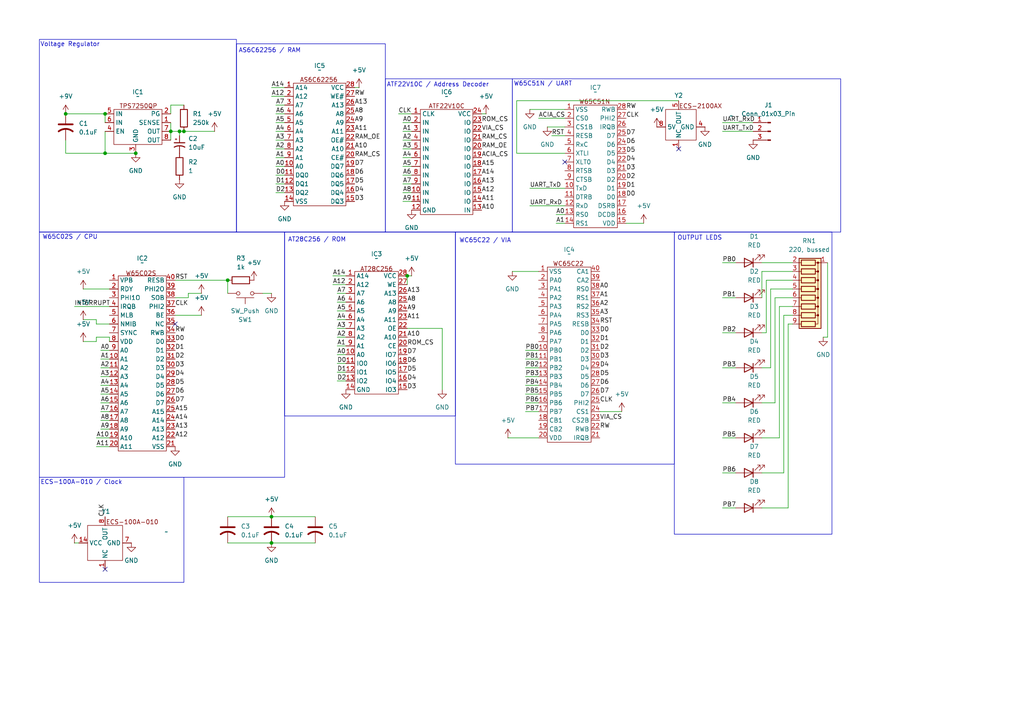
<source format=kicad_sch>
(kicad_sch (version 20250114) (generator "eeschema") (generator_version "9.0")
  (paper "A4")
  (title_block (title "6502 Conference Badge") (company "Sean Outram"))
  (lib_symbols
    (symbol "6502ConferenceBadge:AS6C62256"
      (property "Reference" "IC" (at 0 0 0))
      (symbol "AS6C62256_0_0"
        (pin unspecified line (at -10.16 -3.81 0) (length 2.54) (name "A14") (number "1"))
        (pin unspecified line (at -10.16 -6.35 0) (length 2.54) (name "A12") (number "2"))
        (pin unspecified line (at -10.16 -8.89 0) (length 2.54) (name "A7") (number "3"))
        (pin unspecified line (at -10.16 -11.43 0) (length 2.54) (name "A6") (number "4"))
        (pin unspecified line (at -10.16 -13.97 0) (length 2.54) (name "A5") (number "5"))
        (pin unspecified line (at -10.16 -16.51 0) (length 2.54) (name "A4") (number "6"))
        (pin unspecified line (at -10.16 -19.05 0) (length 2.54) (name "A3") (number "7"))
        (pin unspecified line (at -10.16 -21.59 0) (length 2.54) (name "A2") (number "8"))
        (pin unspecified line (at -10.16 -24.13 0) (length 2.54) (name "A1") (number "9"))
        (pin unspecified line (at -10.16 -26.67 0) (length 2.54) (name "A0") (number "10"))
        (pin unspecified line (at -10.16 -29.21 0) (length 2.54) (name "DQ0") (number "11"))
        (pin unspecified line (at -10.16 -31.75 0) (length 2.54) (name "DQ1") (number "12"))
        (pin unspecified line (at -10.16 -34.29 0) (length 2.54) (name "DQ2") (number "13"))
        (pin unspecified line (at -10.16 -36.83 0) (length 2.54) (name "VSS") (number "14"))
        (pin unspecified line (at 10.16 -3.81 180) (length 2.54) (name "VCC") (number "28"))
        (pin unspecified line (at 10.16 -6.35 180) (length 2.54) (name "WE#") (number "27"))
        (pin unspecified line (at 10.16 -8.89 180) (length 2.54) (name "A13") (number "26"))
        (pin unspecified line (at 10.16 -11.43 180) (length 2.54) (name "A8") (number "25"))
        (pin unspecified line (at 10.16 -13.97 180) (length 2.54) (name "A9") (number "24"))
        (pin unspecified line (at 10.16 -16.51 180) (length 2.54) (name "A11") (number "23"))
        (pin unspecified line (at 10.16 -19.05 180) (length 2.54) (name "OE#") (number "22"))
        (pin unspecified line (at 10.16 -21.59 180) (length 2.54) (name "A10") (number "21"))
        (pin unspecified line (at 10.16 -24.13 180) (length 2.54) (name "CE#") (number "20"))
        (pin unspecified line (at 10.16 -26.67 180) (length 2.54) (name "DQ7") (number "19"))
        (pin unspecified line (at 10.16 -29.21 180) (length 2.54) (name "DQ6") (number "18"))
        (pin unspecified line (at 10.16 -31.75 180) (length 2.54) (name "DQ5") (number "17"))
        (pin unspecified line (at 10.16 -34.29 180) (length 2.54) (name "DQ4") (number "16"))
        (pin unspecified line (at 10.16 -36.83 180) (length 2.54) (name "DQ3") (number "15"))
      )
      (symbol "AS6C62256_1_1"
        (text "AS6C62256" (at -0.254 -1.524 0) (effects (font (size 1.27 1.27))))
      )
    )
    (symbol "6502ConferenceBadge:AT28C256"
      (property "Reference" "IC" (at 0 0 0))
      (symbol "AT28C256_0_0"
        (pin unspecified line (at -8.89 -3.81 0) (length 2.54) (name "A14") (number "1"))
        (pin unspecified line (at -8.89 -6.35 0) (length 2.54) (name "A12") (number "2"))
        (pin unspecified line (at -8.89 -8.89 0) (length 2.54) (name "A7") (number "3"))
        (pin unspecified line (at -8.89 -11.43 0) (length 2.54) (name "A6") (number "4"))
        (pin unspecified line (at -8.89 -13.97 0) (length 2.54) (name "A5") (number "5"))
        (pin unspecified line (at -8.89 -16.51 0) (length 2.54) (name "A4") (number "6"))
        (pin unspecified line (at -8.89 -19.05 0) (length 2.54) (name "A3") (number "7"))
        (pin unspecified line (at -8.89 -21.59 0) (length 2.54) (name "A2") (number "8"))
        (pin unspecified line (at -8.89 -24.13 0) (length 2.54) (name "A1") (number "9"))
        (pin unspecified line (at -8.89 -26.67 0) (length 2.54) (name "A0") (number "10"))
        (pin unspecified line (at -8.89 -29.21 0) (length 2.54) (name "IO0") (number "11"))
        (pin unspecified line (at -8.89 -31.75 0) (length 2.54) (name "IO1") (number "12"))
        (pin unspecified line (at -8.89 -34.29 0) (length 2.54) (name "IO2") (number "13"))
        (pin unspecified line (at -8.89 -36.83 0) (length 2.54) (name "GND") (number "14"))
        (pin unspecified line (at 8.89 -3.81 180) (length 2.54) (name "VCC") (number "28"))
        (pin unspecified line (at 8.89 -6.35 180) (length 2.54) (name "WE") (number "27"))
        (pin unspecified line (at 8.89 -8.89 180) (length 2.54) (name "A13") (number "26"))
        (pin unspecified line (at 8.89 -11.43 180) (length 2.54) (name "A8") (number "25"))
        (pin unspecified line (at 8.89 -13.97 180) (length 2.54) (name "A9") (number "24"))
        (pin unspecified line (at 8.89 -16.51 180) (length 2.54) (name "A11") (number "23"))
        (pin unspecified line (at 8.89 -19.05 180) (length 2.54) (name "OE") (number "22"))
        (pin unspecified line (at 8.89 -21.59 180) (length 2.54) (name "A10") (number "21"))
        (pin unspecified line (at 8.89 -24.13 180) (length 2.54) (name "CE") (number "20"))
        (pin unspecified line (at 8.89 -26.67 180) (length 2.54) (name "IO7") (number "19"))
        (pin unspecified line (at 8.89 -29.21 180) (length 2.54) (name "IO6") (number "18"))
        (pin unspecified line (at 8.89 -31.75 180) (length 2.54) (name "IO5") (number "17"))
        (pin unspecified line (at 8.89 -34.29 180) (length 2.54) (name "IO4") (number "16"))
        (pin unspecified line (at 8.89 -36.83 180) (length 2.54) (name "IO3") (number "15"))
      )
      (symbol "AT28C256_1_1"
        (text "AT28C256" (at 0 -1.778 0) (effects (font (size 1.27 1.27))))
      )
    )
    (symbol "6502ConferenceBadge:ATF22V10C"
      (property "Reference" "IC" (at -0.254 0 0))
      (symbol "ATF22V10C_0_0"
        (pin unspecified line (at -10.16 -3.81 0) (length 2.54) (name "CLK") (number "1"))
        (pin unspecified line (at -10.16 -6.35 0) (length 2.54) (name "IN") (number "2"))
        (pin unspecified line (at -10.16 -8.89 0) (length 2.54) (name "IN") (number "3"))
        (pin unspecified line (at -10.16 -11.43 0) (length 2.54) (name "IN") (number "4"))
        (pin unspecified line (at -10.16 -13.97 0) (length 2.54) (name "IN") (number "5"))
        (pin unspecified line (at -10.16 -16.51 0) (length 2.54) (name "IN") (number "6"))
        (pin unspecified line (at -10.16 -19.05 0) (length 2.54) (name "IN") (number "7"))
        (pin unspecified line (at -10.16 -21.59 0) (length 2.54) (name "IN") (number "8"))
        (pin unspecified line (at -10.16 -24.13 0) (length 2.54) (name "IN") (number "9"))
        (pin unspecified line (at -10.16 -26.67 0) (length 2.54) (name "IN") (number "10"))
        (pin unspecified line (at -10.16 -29.21 0) (length 2.54) (name "IN") (number "11"))
        (pin unspecified line (at -10.16 -31.75 0) (length 2.54) (name "GND") (number "12"))
        (pin unspecified line (at 10.16 -3.81 180) (length 2.54) (name "VCC") (number "24"))
        (pin unspecified line (at 10.16 -6.35 180) (length 2.54) (name "IO") (number "23"))
        (pin unspecified line (at 10.16 -8.89 180) (length 2.54) (name "IO") (number "22"))
        (pin unspecified line (at 10.16 -11.43 180) (length 2.54) (name "IO") (number "21"))
        (pin unspecified line (at 10.16 -13.97 180) (length 2.54) (name "IO") (number "20"))
        (pin unspecified line (at 10.16 -16.51 180) (length 2.54) (name "IO") (number "19"))
        (pin unspecified line (at 10.16 -19.05 180) (length 2.54) (name "IO") (number "18"))
        (pin unspecified line (at 10.16 -21.59 180) (length 2.54) (name "IO") (number "17"))
        (pin unspecified line (at 10.16 -24.13 180) (length 2.54) (name "IO") (number "16"))
        (pin unspecified line (at 10.16 -26.67 180) (length 2.54) (name "IO") (number "15"))
        (pin unspecified line (at 10.16 -29.21 180) (length 2.54) (name "IO") (number "14"))
        (pin unspecified line (at 10.16 -31.75 180) (length 2.54) (name "IN") (number "13"))
      )
      (symbol "ATF22V10C_1_1"
        (text "ATF22V10C" (at 0 -1.524 0) (effects (font (size 1.27 1.27))))
      )
    )
    (symbol "6502ConferenceBadge:ECS-100A-010"
      (property "Reference" "Y" (at 0 0.254 0))
      (symbol "ECS-100A-010_0_0"
        (pin unspecified line (at -7.62 -8.89 0) (length 2.54) (name "VCC") (number "14"))
        (pin unspecified line (at 0 -1.27 270) (length 2.54) (name "OUT") (number "8"))
        (pin unspecified line (at 0 -16.51 90) (length 2.54) (name "NC") (number "1"))
        (pin unspecified line (at 7.62 -8.89 180) (length 2.54) (name "GND") (number "7"))
      )
      (symbol "ECS-100A-010_1_1"
        (text "ECS-100A-010\n" (at 7.874 -2.794 0) (effects (font (size 1.27 1.27))))
      )
    )
    (symbol "6502ConferenceBadge:ECS-2100AX-1.8432"
      (property "Reference" "Y" (at 0 0 0))
      (symbol "ECS-2100AX-1.8432_0_0"
        (pin unspecified line (at -6.35 -8.89 0) (length 2.54) (name "5V") (number "8"))
        (pin unspecified line (at 0 -1.27 270) (length 2.54) (name "OUT") (number "5"))
        (pin unspecified line (at 0 -15.24 90) (length 2.54) (name "NC") (number "1"))
        (pin unspecified line (at 7.62 -8.89 180) (length 2.54) (name "GND") (number "4"))
      )
      (symbol "ECS-2100AX-1.8432_1_1"
        (text "ECS-2100AX" (at 6.35 -2.794 0) (effects (font (size 1.27 1.27))))
      )
    )
    (symbol "6502ConferenceBadge:TPS7250QP"
      (property "Reference" "U" (at 0 0 0))
      (symbol "TPS7250QP_0_0"
        (pin unspecified line (at -8.89 -3.81 0) (length 2.54) (name "IN") (number "5"))
        (pin unspecified line (at -8.89 -6.35 0) (length 2.54) (name "IN") (number "6"))
        (pin unspecified line (at -8.89 -8.89 0) (length 2.54) (name "EN") (number "4"))
        (pin unspecified line (at 0 -15.24 90) (length 2.54) (name "GND") (number "3"))
        (pin unspecified line (at 10.16 -3.81 180) (length 2.54) (name "PG") (number "2"))
        (pin unspecified line (at 10.16 -6.35 180) (length 2.54) (name "SENSE") (number "1"))
        (pin unspecified line (at 10.16 -8.89 180) (length 2.54) (name "OUT") (number "7"))
        (pin unspecified line (at 10.16 -11.43 180) (length 2.54) (name "OUT") (number "8"))
      )
      (symbol "TPS7250QP_1_1"
        (text "TPS7250QP" (at 0.762 -1.524 0) (effects (font (size 1.27 1.27))))
      )
    )
    (symbol "6502ConferenceBadge:W65C02S"
      (property "Reference" "IC" (at 0 0 0))
      (symbol "W65C02S_0_0"
        (pin unspecified line (at -8.89 -3.81 0) (length 2.54) (name "VPB") (number "1"))
        (pin unspecified line (at -8.89 -6.35 0) (length 2.54) (name "RDY") (number "2"))
        (pin unspecified line (at -8.89 -8.89 0) (length 2.54) (name "PHI1O") (number "3"))
        (pin unspecified line (at -8.89 -11.43 0) (length 2.54) (name "IRQB") (number "4"))
        (pin unspecified line (at -8.89 -13.97 0) (length 2.54) (name "MLB") (number "5"))
        (pin unspecified line (at -8.89 -16.51 0) (length 2.54) (name "NMIB") (number "6"))
        (pin unspecified line (at -8.89 -19.05 0) (length 2.54) (name "SYNC") (number "7"))
        (pin unspecified line (at -8.89 -21.59 0) (length 2.54) (name "VDD") (number "8"))
        (pin unspecified line (at -8.89 -24.13 0) (length 2.54) (name "A0") (number "9"))
        (pin unspecified line (at -8.89 -26.67 0) (length 2.54) (name "A1") (number "10"))
        (pin unspecified line (at -8.89 -29.21 0) (length 2.54) (name "A2") (number "11"))
        (pin unspecified line (at -8.89 -31.75 0) (length 2.54) (name "A3") (number "12"))
        (pin unspecified line (at -8.89 -34.29 0) (length 2.54) (name "A4") (number "13"))
        (pin unspecified line (at -8.89 -36.83 0) (length 2.54) (name "A5") (number "14"))
        (pin unspecified line (at -8.89 -39.37 0) (length 2.54) (name "A6") (number "15"))
        (pin unspecified line (at -8.89 -41.91 0) (length 2.54) (name "A7") (number "16"))
        (pin unspecified line (at -8.89 -44.45 0) (length 2.54) (name "A8") (number "17"))
        (pin unspecified line (at -8.89 -46.99 0) (length 2.54) (name "A9") (number "18"))
        (pin unspecified line (at -8.89 -49.53 0) (length 2.54) (name "A10") (number "19"))
        (pin unspecified line (at -8.89 -52.07 0) (length 2.54) (name "A11") (number "20"))
        (pin unspecified line (at 10.16 -3.81 180) (length 2.54) (name "RESB") (number "40"))
        (pin unspecified line (at 10.16 -6.35 180) (length 2.54) (name "PHI2O") (number "39"))
        (pin unspecified line (at 10.16 -8.89 180) (length 2.54) (name "SOB") (number "38"))
        (pin unspecified line (at 10.16 -11.43 180) (length 2.54) (name "PHI2") (number "37"))
        (pin unspecified line (at 10.16 -13.97 180) (length 2.54) (name "BE") (number "36"))
        (pin unspecified line (at 10.16 -16.51 180) (length 2.54) (name "NC") (number "35"))
        (pin unspecified line (at 10.16 -19.05 180) (length 2.54) (name "RWB") (number "34"))
        (pin unspecified line (at 10.16 -21.59 180) (length 2.54) (name "D0") (number "33"))
        (pin unspecified line (at 10.16 -24.13 180) (length 2.54) (name "D1") (number "32"))
        (pin unspecified line (at 10.16 -26.67 180) (length 2.54) (name "D2") (number "31"))
        (pin unspecified line (at 10.16 -29.21 180) (length 2.54) (name "D3") (number "30"))
        (pin unspecified line (at 10.16 -31.75 180) (length 2.54) (name "D4") (number "29"))
        (pin unspecified line (at 10.16 -34.29 180) (length 2.54) (name "D5") (number "28"))
        (pin unspecified line (at 10.16 -36.83 180) (length 2.54) (name "D6") (number "27"))
        (pin unspecified line (at 10.16 -39.37 180) (length 2.54) (name "D7") (number "26"))
        (pin unspecified line (at 10.16 -41.91 180) (length 2.54) (name "A15") (number "25"))
        (pin unspecified line (at 10.16 -44.45 180) (length 2.54) (name "A14") (number "24"))
        (pin unspecified line (at 10.16 -46.99 180) (length 2.54) (name "A13") (number "23"))
        (pin unspecified line (at 10.16 -49.53 180) (length 2.54) (name "A12") (number "22"))
        (pin unspecified line (at 10.16 -52.07 180) (length 2.54) (name "VSS") (number "21"))
      )
      (symbol "W65C02S_1_1"
        (text "W65C02S" (at 0.254 -1.778 0) (effects (font (size 1.27 1.27))))
      )
    )
    (symbol "6502ConferenceBadge:W65C22"
      (property "Reference" "IC" (at 0 0 0))
      (symbol "W65C22_0_0"
        (pin unspecified line (at -8.89 -3.81 0) (length 2.54) (name "VSS") (number "1"))
        (pin unspecified line (at -8.89 -6.35 0) (length 2.54) (name "PA0") (number "2"))
        (pin unspecified line (at -8.89 -8.89 0) (length 2.54) (name "PA1") (number "3"))
        (pin unspecified line (at -8.89 -11.43 0) (length 2.54) (name "PA2") (number "4"))
        (pin unspecified line (at -8.89 -13.97 0) (length 2.54) (name "PA3") (number "5"))
        (pin unspecified line (at -8.89 -16.51 0) (length 2.54) (name "PA4") (number "6"))
        (pin unspecified line (at -8.89 -19.05 0) (length 2.54) (name "PA5") (number "7"))
        (pin unspecified line (at -8.89 -21.59 0) (length 2.54) (name "PA6") (number "8"))
        (pin unspecified line (at -8.89 -24.13 0) (length 2.54) (name "PA7") (number "9"))
        (pin unspecified line (at -8.89 -26.67 0) (length 2.54) (name "PB0") (number "10"))
        (pin unspecified line (at -8.89 -29.21 0) (length 2.54) (name "PB1") (number "11"))
        (pin unspecified line (at -8.89 -31.75 0) (length 2.54) (name "PB2") (number "12"))
        (pin unspecified line (at -8.89 -34.29 0) (length 2.54) (name "PB3") (number "13"))
        (pin unspecified line (at -8.89 -36.83 0) (length 2.54) (name "PB4") (number "14"))
        (pin unspecified line (at -8.89 -39.37 0) (length 2.54) (name "PB5") (number "15"))
        (pin unspecified line (at -8.89 -41.91 0) (length 2.54) (name "PB6") (number "16"))
        (pin unspecified line (at -8.89 -44.45 0) (length 2.54) (name "PB7") (number "17"))
        (pin unspecified line (at -8.89 -46.99 0) (length 2.54) (name "CB1") (number "18"))
        (pin unspecified line (at -8.89 -49.53 0) (length 2.54) (name "CB2") (number "19"))
        (pin unspecified line (at -8.89 -52.07 0) (length 2.54) (name "VDD") (number "20"))
        (pin unspecified line (at 8.89 -3.81 180) (length 2.54) (name "CA1") (number "40"))
        (pin unspecified line (at 8.89 -6.35 180) (length 2.54) (name "CA2") (number "39"))
        (pin unspecified line (at 8.89 -8.89 180) (length 2.54) (name "RS0") (number "38"))
        (pin unspecified line (at 8.89 -11.43 180) (length 2.54) (name "RS1") (number "37"))
        (pin unspecified line (at 8.89 -13.97 180) (length 2.54) (name "RS2") (number "36"))
        (pin unspecified line (at 8.89 -16.51 180) (length 2.54) (name "RS3") (number "35"))
        (pin unspecified line (at 8.89 -19.05 180) (length 2.54) (name "RESB") (number "34"))
        (pin unspecified line (at 8.89 -21.59 180) (length 2.54) (name "D0") (number "33"))
        (pin unspecified line (at 8.89 -24.13 180) (length 2.54) (name "D1") (number "32"))
        (pin unspecified line (at 8.89 -26.67 180) (length 2.54) (name "D2") (number "31"))
        (pin unspecified line (at 8.89 -29.21 180) (length 2.54) (name "D3") (number "30"))
        (pin unspecified line (at 8.89 -31.75 180) (length 2.54) (name "D4") (number "29"))
        (pin unspecified line (at 8.89 -34.29 180) (length 2.54) (name "D5") (number "28"))
        (pin unspecified line (at 8.89 -36.83 180) (length 2.54) (name "D6") (number "27"))
        (pin unspecified line (at 8.89 -39.37 180) (length 2.54) (name "D7") (number "26"))
        (pin unspecified line (at 8.89 -41.91 180) (length 2.54) (name "PHI2") (number "25"))
        (pin unspecified line (at 8.89 -44.45 180) (length 2.54) (name "CS1") (number "24"))
        (pin unspecified line (at 8.89 -49.53 180) (length 2.54) (name "RWB") (number "22"))
        (pin unspecified line (at 8.89 -52.07 180) (length 2.54) (name "IRQB") (number "21"))
      )
      (symbol "W65C22_1_0"
        (pin unspecified line (at 8.89 -46.99 180) (length 2.54) (name "CS2B") (number "23"))
      )
      (symbol "W65C22_1_1"
        (text "WC65C22" (at -0.254 -1.524 0) (effects (font (size 1.27 1.27))))
      )
    )
    (symbol "6502ConferenceBadge:W65C51N"
      (property "Reference" "IC" (at 0 0 0))
      (symbol "W65C51N_0_0"
        (pin unspecified line (at -8.89 -3.81 0) (length 2.54) (name "VSS") (number "1"))
        (pin unspecified line (at -8.89 -6.35 0) (length 2.54) (name "CS0") (number "2"))
        (pin unspecified line (at -8.89 -8.89 0) (length 2.54) (name "CS1B") (number "3"))
        (pin unspecified line (at -8.89 -11.43 0) (length 2.54) (name "RESB") (number "4"))
        (pin unspecified line (at -8.89 -13.97 0) (length 2.54) (name "RxC") (number "5"))
        (pin unspecified line (at -8.89 -16.51 0) (length 2.54) (name "XTLI") (number "6"))
        (pin unspecified line (at -8.89 -19.05 0) (length 2.54) (name "XLT0") (number "7"))
        (pin unspecified line (at -8.89 -21.59 0) (length 2.54) (name "RTSB") (number "8"))
        (pin unspecified line (at -8.89 -24.13 0) (length 2.54) (name "CTSB") (number "9"))
        (pin unspecified line (at -8.89 -26.67 0) (length 2.54) (name "TxD") (number "10"))
        (pin unspecified line (at -8.89 -29.21 0) (length 2.54) (name "DTRB") (number "11"))
        (pin unspecified line (at -8.89 -31.75 0) (length 2.54) (name "RxD") (number "12"))
        (pin unspecified line (at -8.89 -34.29 0) (length 2.54) (name "RS0") (number "13"))
        (pin unspecified line (at -8.89 -36.83 0) (length 2.54) (name "RS1") (number "14"))
        (pin unspecified line (at 8.89 -3.81 180) (length 2.54) (name "RWB") (number "28"))
        (pin unspecified line (at 8.89 -6.35 180) (length 2.54) (name "PHI2") (number "27"))
        (pin unspecified line (at 8.89 -8.89 180) (length 2.54) (name "IRQB") (number "26"))
        (pin unspecified line (at 8.89 -11.43 180) (length 2.54) (name "D7") (number "25"))
        (pin unspecified line (at 8.89 -13.97 180) (length 2.54) (name "D6") (number "24"))
        (pin unspecified line (at 8.89 -16.51 180) (length 2.54) (name "D5") (number "23"))
        (pin unspecified line (at 8.89 -19.05 180) (length 2.54) (name "D4") (number "22"))
        (pin unspecified line (at 8.89 -21.59 180) (length 2.54) (name "D3") (number "21"))
        (pin unspecified line (at 8.89 -24.13 180) (length 2.54) (name "D2") (number "20"))
        (pin unspecified line (at 8.89 -26.67 180) (length 2.54) (name "D1") (number "19"))
        (pin unspecified line (at 8.89 -29.21 180) (length 2.54) (name "D0") (number "18"))
        (pin unspecified line (at 8.89 -31.75 180) (length 2.54) (name "DSRB") (number "17"))
        (pin unspecified line (at 8.89 -34.29 180) (length 2.54) (name "DCDB") (number "16"))
        (pin unspecified line (at 8.89 -36.83 180) (length 2.54) (name "VDD") (number "15"))
      )
      (symbol "W65C51N_1_1"
        (text "W65C51N" (at -0.254 -1.524 0) (effects (font (size 1.27 1.27))))
      )
    )
    (symbol "Connector:Conn_01x03_Pin" (pin_names (offset 1.016) (hide yes))
      (property "Reference" "J" (at 0 5.08 0))
      (property "Value" "Conn_01x03_Pin" (at 0 -5.08 0))
      (symbol "Conn_01x03_Pin_1_1"
        (pin passive line (at 5.08 2.54 180) (length 3.81) (name "Pin_1") (number "1"))
        (pin passive line (at 5.08 0 180) (length 3.81) (name "Pin_2") (number "2"))
        (pin passive line (at 5.08 -2.54 180) (length 3.81) (name "Pin_3") (number "3"))
      )
    )
    (symbol "Device:C_Polarized_Small_US" (pin_numbers (hide yes)) (pin_names (offset 0.254) (hide yes))
      (property "Reference" "C" (at 0.254 1.778 0))
      (property "Value" "C_Polarized_Small_US" (at 0.254 -2.032 0))
      (symbol "C_Polarized_Small_US_1_1"
        (pin passive line (at 0 2.54 270) (length 2.032) (name "~") (number "1"))
        (pin passive line (at 0 -2.54 90) (length 2.032) (name "~") (number "2"))
      )
    )
    (symbol "Device:C_US" (pin_numbers (hide yes)) (pin_names (offset 0.254) (hide yes))
      (property "Reference" "C" (at 0.635 2.54 0))
      (property "Value" "C_US" (at 0.635 -2.54 0))
      (symbol "C_US_1_1"
        (pin passive line (at 0 3.81 270) (length 2.794) (name "~") (number "1"))
        (pin passive line (at 0 -3.81 90) (length 3.302) (name "~") (number "2"))
      )
    )
    (symbol "Device:LED" (pin_numbers (hide yes)) (pin_names (offset 1.016) (hide yes))
      (property "Reference" "D" (at 0 2.54 0))
      (property "Value" "LED" (at 0 -2.54 0))
      (symbol "LED_1_1"
        (pin passive line (at -3.81 0 0) (length 2.54) (name "K") (number "1"))
        (pin passive line (at 3.81 0 180) (length 2.54) (name "A") (number "2"))
      )
    )
    (symbol "Device:R" (pin_numbers (hide yes)) (pin_names (offset 0))
      (property "Reference" "R" (at 2.032 0 90))
      (property "Value" "R" (at 0 0 90))
      (symbol "R_1_1"
        (pin passive line (at 0 3.81 270) (length 1.27) (name "~") (number "1"))
        (pin passive line (at 0 -3.81 90) (length 1.27) (name "~") (number "2"))
      )
    )
    (symbol "Device:R_Network08" (pin_names (offset 0) (hide yes))
      (property "Reference" "RN" (at -12.7 0 90))
      (property "Value" "R_Network08" (at 10.16 0 90))
      (symbol "R_Network08_1_1"
        (pin passive line (at -10.16 5.08 270) (length 2.54) (name "common") (number "1"))
        (pin passive line (at -10.16 -5.08 90) (length 1.27) (name "R1") (number "2"))
        (pin passive line (at -7.62 -5.08 90) (length 1.27) (name "R2") (number "3"))
        (pin passive line (at -5.08 -5.08 90) (length 1.27) (name "R3") (number "4"))
        (pin passive line (at -2.54 -5.08 90) (length 1.27) (name "R4") (number "5"))
        (pin passive line (at 0 -5.08 90) (length 1.27) (name "R5") (number "6"))
        (pin passive line (at 2.54 -5.08 90) (length 1.27) (name "R6") (number "7"))
        (pin passive line (at 5.08 -5.08 90) (length 1.27) (name "R7") (number "8"))
        (pin passive line (at 7.62 -5.08 90) (length 1.27) (name "R8") (number "9"))
      )
    )
    (symbol "Switch:SW_Push" (pin_numbers (hide yes)) (pin_names (offset 1.016) (hide yes))
      (property "Reference" "SW" (at 1.27 2.54 0))
      (property "Value" "SW_Push" (at 0 -1.524 0))
      (symbol "SW_Push_0_1"
        (pin passive line (at -5.08 0 0) (length 2.54) (name "1") (number "1"))
        (pin passive line (at 5.08 0 180) (length 2.54) (name "2") (number "2"))
      )
    )
    (symbol "power:+5V" (power) (pin_numbers (hide yes)) (pin_names (offset 0) (hide yes))
      (property "Value" "+5V" (at 0 3.556 0))
      (symbol "+5V_1_1"
        (pin power_in line (at 0 0 90) (length 0) (name "~") (number "1"))
      )
    )
    (symbol "power:+9V" (power) (pin_numbers (hide yes)) (pin_names (offset 0) (hide yes))
      (property "Value" "+9V" (at 0 3.556 0))
      (symbol "+9V_1_1"
        (pin power_in line (at 0 0 90) (length 0) (name "~") (number "1"))
      )
    )
    (symbol "power:GND" (power) (pin_numbers (hide yes)) (pin_names (offset 0) (hide yes))
      (property "Value" "GND" (at 0 -3.81 0))
      (symbol "GND_1_1"
        (pin power_in line (at 0 0 270) (length 0) (name "~") (number "1"))
      )
    )
  )
  (rectangle (start 82.55 67.31) (end 132.08 120.65))
  (rectangle (start 11.43 67.31) (end 82.55 138.43))
  (rectangle (start 148.59 22.86) (end 243.84 67.31))
  (rectangle (start 195.58 67.31) (end 241.3 154.94))
  (rectangle (start 11.43 11.43) (end 68.58 67.31))
  (rectangle (start 11.43 138.43) (end 53.34 168.91))
  (rectangle (start 132.08 67.31) (end 195.58 134.62))
  (rectangle (start 111.76 22.86) (end 148.59 67.31))
  (rectangle (start 68.58 12.7) (end 111.76 67.31))
  (text "ATF22V10C / Address Decoder" (at 127 24.638 0) (effects (font (size 1.27 1.27))))
  (text "W65C51N / UART" (at 157.48 24.384 0) (effects (font (size 1.27 1.27))))
  (text "AT28C256 / ROM" (at 91.948 69.596 0) (effects (font (size 1.27 1.27))))
  (text "ECS-100A-010 / Clock" (at 23.622 139.954 0) (effects (font (size 1.27 1.27))))
  (text "WC65C22 / VIA" (at 140.716 69.85 0) (effects (font (size 1.27 1.27))))
  (text "OUTPUT LEDS" (at 202.946 69.088 0) (effects (font (size 1.27 1.27))))
  (text "AS6C62256 / RAM" (at 78.232 14.732 0) (effects (font (size 1.27 1.27))))
  (text "Voltage Regulator" (at 20.32 12.954 0) (effects (font (size 1.27 1.27))))
  (text "W65C02S / CPU" (at 20.32 68.834 0) (effects (font (size 1.27 1.27))))
  (junction (at 118.11 80.01))
  (junction (at 49.53 38.1))
  (junction (at 52.07 38.1))
  (junction (at 30.48 33.02))
  (junction (at 39.37 44.45))
  (junction (at 53.34 38.1))
  (junction (at 78.74 149.86))
  (junction (at 19.05 33.02))
  (junction (at 66.04 81.28))
  (junction (at 30.48 44.45))
  (junction (at 78.74 157.48))
  (no_connect (at 163.83 46.99))
  (no_connect (at 30.48 165.1))
  (no_connect (at 196.85 43.18))
  (no_connect (at 50.8 93.98))
  (wire (pts (xy 153.67 59.69) (xy 163.83 59.69)))
  (wire (pts (xy 80.01 45.72) (xy 82.55 45.72)))
  (wire (pts (xy 226.06 88.9) (xy 226.06 127)))
  (wire (pts (xy 29.21 104.14) (xy 31.75 104.14)))
  (wire (pts (xy 27.94 93.98) (xy 27.94 92.71)))
  (wire (pts (xy 27.94 127) (xy 31.75 127)))
  (wire (pts (xy 50.8 91.44) (xy 58.42 91.44)))
  (wire (pts (xy 209.55 116.84) (xy 213.36 116.84)))
  (wire (pts (xy 173.99 119.38) (xy 180.34 119.38)))
  (wire (pts (xy 229.87 91.44) (xy 227.33 91.44)))
  (wire (pts (xy 152.4 104.14) (xy 156.21 104.14)))
  (wire (pts (xy 147.32 127) (xy 156.21 127)))
  (wire (pts (xy 80.01 35.56) (xy 82.55 35.56)))
  (wire (pts (xy 116.84 50.8) (xy 119.38 50.8)))
  (wire (pts (xy 116.84 48.26) (xy 119.38 48.26)))
  (wire (pts (xy 80.01 43.18) (xy 82.55 43.18)))
  (wire (pts (xy 30.48 44.45) (xy 39.37 44.45)))
  (wire (pts (xy 78.74 149.86) (xy 91.44 149.86)))
  (wire (pts (xy 116.84 38.1) (xy 119.38 38.1)))
  (wire (pts (xy 49.53 30.48) (xy 53.34 30.48)))
  (wire (pts (xy 152.4 111.76) (xy 156.21 111.76)))
  (wire (pts (xy 96.52 80.01) (xy 100.33 80.01)))
  (wire (pts (xy 19.05 44.45) (xy 30.48 44.45)))
  (wire (pts (xy 66.04 157.48) (xy 78.74 157.48)))
  (wire (pts (xy 66.04 81.28) (xy 66.04 85.09)))
  (wire (pts (xy 30.48 38.1) (xy 30.48 44.45)))
  (wire (pts (xy 226.06 127) (xy 220.98 127)))
  (wire (pts (xy 220.98 76.2) (xy 229.87 76.2)))
  (wire (pts (xy 220.98 147.32) (xy 228.6 147.32)))
  (wire (pts (xy 27.94 97.79) (xy 27.94 99.06)))
  (wire (pts (xy 29.21 116.84) (xy 31.75 116.84)))
  (wire (pts (xy 119.38 80.01) (xy 118.11 80.01)))
  (wire (pts (xy 49.53 35.56) (xy 49.53 38.1)))
  (wire (pts (xy 209.55 96.52) (xy 213.36 96.52)))
  (wire (pts (xy 49.53 38.1) (xy 52.07 38.1)))
  (wire (pts (xy 209.55 127) (xy 213.36 127)))
  (wire (pts (xy 209.55 38.1) (xy 218.44 38.1)))
  (wire (pts (xy 80.01 50.8) (xy 82.55 50.8)))
  (wire (pts (xy 27.94 97.79) (xy 31.75 97.79)))
  (wire (pts (xy 116.84 53.34) (xy 119.38 53.34)))
  (wire (pts (xy 97.79 87.63) (xy 100.33 87.63)))
  (wire (pts (xy 158.75 36.83) (xy 163.83 36.83)))
  (wire (pts (xy 116.84 35.56) (xy 119.38 35.56)))
  (wire (pts (xy 80.01 55.88) (xy 82.55 55.88)))
  (wire (pts (xy 27.94 92.71) (xy 24.13 92.71)))
  (wire (pts (xy 153.67 31.75) (xy 163.83 31.75)))
  (wire (pts (xy 52.07 38.1) (xy 53.34 38.1)))
  (wire (pts (xy 53.34 38.1) (xy 62.23 38.1)))
  (wire (pts (xy 229.87 88.9) (xy 226.06 88.9)))
  (wire (pts (xy 156.21 34.29) (xy 163.83 34.29)))
  (wire (pts (xy 52.07 39.37) (xy 52.07 38.1)))
  (wire (pts (xy 30.48 33.02) (xy 30.48 35.56)))
  (wire (pts (xy 118.11 80.01) (xy 118.11 82.55)))
  (wire (pts (xy 209.55 76.2) (xy 213.36 76.2)))
  (wire (pts (xy 50.8 81.28) (xy 66.04 81.28)))
  (wire (pts (xy 152.4 119.38) (xy 156.21 119.38)))
  (wire (pts (xy 80.01 30.48) (xy 82.55 30.48)))
  (wire (pts (xy 160.02 39.37) (xy 163.83 39.37)))
  (wire (pts (xy 152.4 116.84) (xy 156.21 116.84)))
  (wire (pts (xy 97.79 92.71) (xy 100.33 92.71)))
  (wire (pts (xy 97.79 90.17) (xy 100.33 90.17)))
  (wire (pts (xy 49.53 38.1) (xy 49.53 40.64)))
  (wire (pts (xy 152.4 109.22) (xy 156.21 109.22)))
  (wire (pts (xy 240.03 97.79) (xy 238.76 97.79)))
  (wire (pts (xy 29.21 119.38) (xy 31.75 119.38)))
  (wire (pts (xy 116.84 58.42) (xy 119.38 58.42)))
  (wire (pts (xy 228.6 147.32) (xy 228.6 93.98)))
  (wire (pts (xy 153.67 54.61) (xy 163.83 54.61)))
  (wire (pts (xy 54.61 85.09) (xy 58.42 85.09)))
  (wire (pts (xy 209.55 106.68) (xy 213.36 106.68)))
  (wire (pts (xy 80.01 40.64) (xy 82.55 40.64)))
  (wire (pts (xy 149.86 29.21) (xy 149.86 44.45)))
  (wire (pts (xy 209.55 137.16) (xy 213.36 137.16)))
  (wire (pts (xy 223.52 83.82) (xy 223.52 106.68)))
  (wire (pts (xy 97.79 107.95) (xy 100.33 107.95)))
  (wire (pts (xy 196.85 29.21) (xy 149.86 29.21)))
  (wire (pts (xy 29.21 121.92) (xy 31.75 121.92)))
  (wire (pts (xy 224.79 116.84) (xy 220.98 116.84)))
  (wire (pts (xy 19.05 44.45) (xy 19.05 40.64)))
  (wire (pts (xy 29.21 114.3) (xy 31.75 114.3)))
  (wire (pts (xy 31.75 97.79) (xy 31.75 99.06)))
  (wire (pts (xy 78.74 157.48) (xy 91.44 157.48)))
  (wire (pts (xy 152.4 114.3) (xy 156.21 114.3)))
  (wire (pts (xy 78.74 25.4) (xy 82.55 25.4)))
  (wire (pts (xy 29.21 124.46) (xy 31.75 124.46)))
  (wire (pts (xy 152.4 101.6) (xy 156.21 101.6)))
  (wire (pts (xy 80.01 33.02) (xy 82.55 33.02)))
  (wire (pts (xy 116.84 43.18) (xy 119.38 43.18)))
  (wire (pts (xy 148.59 78.74) (xy 156.21 78.74)))
  (wire (pts (xy 97.79 102.87) (xy 100.33 102.87)))
  (wire (pts (xy 50.8 86.36) (xy 54.61 86.36)))
  (wire (pts (xy 97.79 100.33) (xy 100.33 100.33)))
  (wire (pts (xy 220.98 78.74) (xy 220.98 86.36)))
  (wire (pts (xy 80.01 53.34) (xy 82.55 53.34)))
  (wire (pts (xy 222.25 81.28) (xy 222.25 96.52)))
  (wire (pts (xy 27.94 99.06) (xy 24.13 99.06)))
  (wire (pts (xy 209.55 86.36) (xy 213.36 86.36)))
  (wire (pts (xy 118.11 95.25) (xy 128.27 95.25)))
  (wire (pts (xy 222.25 96.52) (xy 220.98 96.52)))
  (wire (pts (xy 80.01 48.26) (xy 82.55 48.26)))
  (wire (pts (xy 31.75 93.98) (xy 27.94 93.98)))
  (wire (pts (xy 186.69 64.77) (xy 181.61 64.77)))
  (wire (pts (xy 27.94 129.54) (xy 31.75 129.54)))
  (wire (pts (xy 29.21 109.22) (xy 31.75 109.22)))
  (wire (pts (xy 97.79 110.49) (xy 100.33 110.49)))
  (wire (pts (xy 24.13 83.82) (xy 31.75 83.82)))
  (wire (pts (xy 29.21 106.68) (xy 31.75 106.68)))
  (wire (pts (xy 161.29 64.77) (xy 163.83 64.77)))
  (wire (pts (xy 240.03 76.2) (xy 240.03 97.79)))
  (wire (pts (xy 21.59 88.9) (xy 31.75 88.9)))
  (wire (pts (xy 97.79 97.79) (xy 100.33 97.79)))
  (wire (pts (xy 128.27 95.25) (xy 128.27 113.03)))
  (wire (pts (xy 97.79 85.09) (xy 100.33 85.09)))
  (wire (pts (xy 116.84 45.72) (xy 119.38 45.72)))
  (wire (pts (xy 19.05 33.02) (xy 30.48 33.02)))
  (wire (pts (xy 149.86 44.45) (xy 163.83 44.45)))
  (wire (pts (xy 115.57 33.02) (xy 119.38 33.02)))
  (wire (pts (xy 97.79 105.41) (xy 100.33 105.41)))
  (wire (pts (xy 104.14 25.4) (xy 102.87 25.4)))
  (wire (pts (xy 29.21 111.76) (xy 31.75 111.76)))
  (wire (pts (xy 66.04 149.86) (xy 78.74 149.86)))
  (wire (pts (xy 227.33 91.44) (xy 227.33 137.16)))
  (wire (pts (xy 97.79 95.25) (xy 100.33 95.25)))
  (wire (pts (xy 140.97 33.02) (xy 139.7 33.02)))
  (wire (pts (xy 209.55 147.32) (xy 213.36 147.32)))
  (wire (pts (xy 116.84 55.88) (xy 119.38 55.88)))
  (wire (pts (xy 54.61 86.36) (xy 54.61 85.09)))
  (wire (pts (xy 229.87 78.74) (xy 220.98 78.74)))
  (wire (pts (xy 152.4 106.68) (xy 156.21 106.68)))
  (wire (pts (xy 78.74 27.94) (xy 82.55 27.94)))
  (wire (pts (xy 21.59 157.48) (xy 22.86 157.48)))
  (wire (pts (xy 229.87 86.36) (xy 224.79 86.36)))
  (wire (pts (xy 116.84 40.64) (xy 119.38 40.64)))
  (wire (pts (xy 80.01 38.1) (xy 82.55 38.1)))
  (wire (pts (xy 29.21 101.6) (xy 31.75 101.6)))
  (wire (pts (xy 228.6 93.98) (xy 229.87 93.98)))
  (wire (pts (xy 229.87 81.28) (xy 222.25 81.28)))
  (wire (pts (xy 224.79 86.36) (xy 224.79 116.84)))
  (wire (pts (xy 49.53 33.02) (xy 49.53 30.48)))
  (wire (pts (xy 227.33 137.16) (xy 220.98 137.16)))
  (wire (pts (xy 96.52 82.55) (xy 100.33 82.55)))
  (wire (pts (xy 209.55 35.56) (xy 218.44 35.56)))
  (wire (pts (xy 76.2 85.09) (xy 78.74 85.09)))
  (wire (pts (xy 229.87 83.82) (xy 223.52 83.82)))
  (wire (pts (xy 161.29 62.23) (xy 163.83 62.23)))
  (wire (pts (xy 223.52 106.68) (xy 220.98 106.68)))
  (label "A10" (at 102.87 43.18 0))
  (label "A4" (at 97.79 92.71 0))
  (label "A4" (at 29.21 111.76 0))
  (label "A8" (at 29.21 121.92 0))
  (label "A14" (at 139.7 50.8 0))
  (label "A8" (at 118.11 87.63 0))
  (label "A9" (at 118.11 90.17 0))
  (label "PB1" (at 209.55 86.36 0))
  (label "PB2" (at 152.4 106.68 0))
  (label "CLK" (at 181.61 34.29 0))
  (label "UART_RxD" (at 209.55 35.56 0))
  (label "A0" (at 161.29 62.23 0))
  (label "RW" (at 173.99 124.46 0))
  (label "ACIA_CS" (at 139.7 45.72 0))
  (label "A2" (at 29.21 106.68 0))
  (label "VIA_CS" (at 139.7 38.1 0))
  (label "ACIA_CS" (at 156.21 34.29 0))
  (label "A7" (at 116.84 53.34 0))
  (label "CLK" (at 115.57 33.02 0))
  (label "A7" (at 29.21 119.38 0))
  (label "PB5" (at 209.55 127 0))
  (label "CLK" (at 173.99 116.84 0))
  (label "PB6" (at 152.4 116.84 0))
  (label "D0" (at 80.01 50.8 0))
  (label "RAM_OE" (at 139.7 43.18 0))
  (label "RAM_OE" (at 102.87 40.64 0))
  (label "PB7" (at 209.55 147.32 0))
  (label "A5" (at 29.21 114.3 0))
  (label "D1" (at 173.99 99.06 0))
  (label "D0" (at 50.8 99.06 0))
  (label "A3" (at 80.01 40.64 0))
  (label "VIA_CS" (at 173.99 121.92 0))
  (label "D2" (at 50.8 104.14 0))
  (label "A10" (at 139.7 60.96 0))
  (label "A7" (at 97.79 85.09 0))
  (label "A7" (at 80.01 30.48 0))
  (label "CLK" (at 30.48 149.86 90))
  (label "D0" (at 97.79 105.41 0))
  (label "PB4" (at 209.55 116.84 0))
  (label "RAM_CS" (at 102.87 45.72 0))
  (label "ROM_CS" (at 139.7 35.56 0))
  (label "A1" (at 97.79 100.33 0))
  (label "D4" (at 173.99 106.68 0))
  (label "D1" (at 97.79 107.95 0))
  (label "UART_RxD" (at 153.67 59.69 0))
  (label "D1" (at 181.61 54.61 0))
  (label "RW" (at 181.61 31.75 0))
  (label "D5" (at 50.8 111.76 0))
  (label "D3" (at 173.99 104.14 0))
  (label "D0" (at 173.99 96.52 0))
  (label "PB6" (at 209.55 137.16 0))
  (label "A2" (at 173.99 88.9 0))
  (label "D2" (at 97.79 110.49 0))
  (label "A3" (at 97.79 95.25 0))
  (label "D4" (at 118.11 110.49 0))
  (label "A14" (at 50.8 121.92 0))
  (label "A12" (at 50.8 127 0))
  (label "A8" (at 102.87 33.02 0))
  (label "A10" (at 27.94 127 0))
  (label "D3" (at 181.61 49.53 0))
  (label "D2" (at 80.01 55.88 0))
  (label "A12" (at 139.7 55.88 0))
  (label "A13" (at 102.87 30.48 0))
  (label "D6" (at 50.8 114.3 0))
  (label "A6" (at 80.01 33.02 0))
  (label "UART_TxD" (at 209.55 38.1 0))
  (label "A5" (at 80.01 35.56 0))
  (label "A2" (at 97.79 97.79 0))
  (label "D2" (at 173.99 101.6 0))
  (label "A6" (at 29.21 116.84 0))
  (label "PB7" (at 152.4 119.38 0))
  (label "RAM_CS" (at 139.7 40.64 0))
  (label "UART_TxD" (at 153.67 54.61 0))
  (label "A8" (at 116.84 55.88 0))
  (label "D5" (at 118.11 107.95 0))
  (label "D3" (at 50.8 106.68 0))
  (label "D4" (at 102.87 55.88 0))
  (label "A3" (at 173.99 91.44 0))
  (label "D4" (at 50.8 109.22 0))
  (label "A14" (at 96.52 80.01 0))
  (label "A11" (at 27.94 129.54 0))
  (label "A3" (at 116.84 43.18 0))
  (label "D1" (at 80.01 53.34 0))
  (label "RW" (at 50.8 96.52 0))
  (label "A10" (at 118.11 97.79 0))
  (label "A14" (at 78.74 25.4 0))
  (label "A3" (at 29.21 109.22 0))
  (label "A11" (at 102.87 38.1 0))
  (label "PB3" (at 209.55 106.68 0))
  (label "RST" (at 50.8 81.28 0))
  (label "A6" (at 97.79 87.63 0))
  (label "A9" (at 29.21 124.46 0))
  (label "A9" (at 116.84 58.42 0))
  (label "A1" (at 116.84 38.1 0))
  (label "D7" (at 181.61 39.37 0))
  (label "D2" (at 181.61 52.07 0))
  (label "D3" (at 102.87 58.42 0))
  (label "RST" (at 160.02 39.37 0))
  (label "D5" (at 102.87 53.34 0))
  (label "RST" (at 173.99 93.98 0))
  (label "A1" (at 80.01 45.72 0))
  (label "A2" (at 80.01 43.18 0))
  (label "A5" (at 97.79 90.17 0))
  (label "A5" (at 116.84 48.26 0))
  (label "A0" (at 173.99 83.82 0))
  (label "A6" (at 116.84 50.8 0))
  (label "ROM_CS" (at 118.11 100.33 0))
  (label "D0" (at 181.61 57.15 0))
  (label "A1" (at 29.21 104.14 0))
  (label "D6" (at 118.11 105.41 0))
  (label "A11" (at 139.7 58.42 0))
  (label "D6" (at 173.99 111.76 0))
  (label "A12" (at 78.74 27.94 0))
  (label "A1" (at 161.29 64.77 0))
  (label "D7" (at 50.8 116.84 0))
  (label "A0" (at 29.21 101.6 0))
  (label "A13" (at 50.8 124.46 0))
  (label "D7" (at 173.99 114.3 0))
  (label "PB0" (at 209.55 76.2 0))
  (label "PB0" (at 152.4 101.6 0))
  (label "A9" (at 102.87 35.56 0))
  (label "A15" (at 50.8 119.38 0))
  (label "PB1" (at 152.4 104.14 0))
  (label "D6" (at 181.61 41.91 0))
  (label "D6" (at 102.87 50.8 0))
  (label "D4" (at 181.61 46.99 0))
  (label "A12" (at 96.52 82.55 0))
  (label "A0" (at 80.01 48.26 0))
  (label "INTERRUPT" (at 21.59 88.9 0))
  (label "D5" (at 181.61 44.45 0))
  (label "D7" (at 102.87 48.26 0))
  (label "RW" (at 102.87 27.94 0))
  (label "A13" (at 139.7 53.34 0))
  (label "PB3" (at 152.4 109.22 0))
  (label "A13" (at 118.11 85.09 0))
  (label "CLK" (at 50.8 88.9 0))
  (label "D1" (at 50.8 101.6 0))
  (label "D5" (at 173.99 109.22 0))
  (label "A0" (at 97.79 102.87 0))
  (label "A2" (at 116.84 40.64 0))
  (label "A4" (at 80.01 38.1 0))
  (label "PB4" (at 152.4 111.76 0))
  (label "D7" (at 118.11 102.87 0))
  (label "A15" (at 139.7 48.26 0))
  (label "A0" (at 116.84 35.56 0))
  (label "D3" (at 118.11 113.03 0))
  (label "PB5" (at 152.4 114.3 0))
  (label "PB2" (at 209.55 96.52 0))
  (label "A11" (at 118.11 92.71 0))
  (label "A4" (at 116.84 45.72 0))
  (label "A1" (at 173.99 86.36 0))
  (symbol (lib_id "power:+5V") (at 190.5 36.83 0) (unit 1)
    (property "Reference" "#PWR05" (effects (hide yes)))
    (property "Value" "+5V" (at 190.5 31.75 0))
    (property "Description" "Power symbol creates a global label with name \"+5V\"" (effects (hide yes)))
  )
  (symbol (lib_id "power:GND") (at 148.59 78.74 0) (unit 1)
    (property "Reference" "#PWR02" (effects (hide yes)))
    (property "Value" "GND" (at 148.59 83.82 0))
    (property "Description" "Power symbol creates a global label with name \"GND\" , ground" (effects (hide yes)))
  )
  (symbol (lib_id "power:+5V") (at 104.14 25.4 0) (unit 1)
    (property "Reference" "#PWR022" (effects (hide yes)))
    (property "Value" "+5V" (at 104.14 20.32 0))
    (property "Description" "Power symbol creates a global label with name \"+5V\"" (effects (hide yes)))
  )
  (symbol (lib_id "power:+5V") (at 62.23 38.1 0) (unit 1)
    (property "Reference" "#PWR016" (effects (hide yes)))
    (property "Value" "+5V" (at 62.23 33.02 0))
    (property "Description" "Power symbol creates a global label with name \"+5V\"" (effects (hide yes)))
  )
  (symbol (lib_id "Device:C_Polarized_Small_US") (at 52.07 41.91 0) (unit 1)
    (property "Reference" "C2" (at 54.61 40.2081 0) (effects (justify left)))
    (property "Value" "10uF" (at 54.61 42.7481 0) (effects (justify left)))
    (property "Footprint" "Capacitor_THT:CP_Axial_L10.0mm_D6.0mm_P15.00mm_Horizontal" (effects (hide yes)))
    (property "Description" "Polarized capacitor, small US symbol" (effects (hide yes)))
  )
  (symbol (lib_id "Device:LED") (at 217.17 147.32 180) (unit 1)
    (property "Reference" "D8" (at 218.7575 139.7 0))
    (property "Value" "RED" (at 218.7575 142.24 0))
    (property "Footprint" "LED_THT:LED_D5.0mm" (effects (hide yes)))
    (property "Description" "Light emitting diode" (effects (hide yes)))
    (property "Sim.Pins" "1=K 2=A" (effects (hide yes)))
  )
  (symbol (lib_id "power:GND") (at 119.38 60.96 0) (unit 1)
    (property "Reference" "#PWR023" (effects (hide yes)))
    (property "Value" "GND" (at 119.38 66.04 0))
    (property "Description" "Power symbol creates a global label with name \"GND\" , ground" (effects (hide yes)))
  )
  (symbol (lib_id "Device:R") (at 53.34 34.29 0) (unit 1)
    (property "Reference" "R1" (at 55.88 33.0199 0) (effects (justify left)))
    (property "Value" "250k" (at 55.88 35.5599 0) (effects (justify left)))
    (property "Footprint" "Resistor_THT:R_Axial_DIN0411_L9.9mm_D3.6mm_P7.62mm_Vertical" (effects (hide yes)))
    (property "Description" "Resistor" (effects (hide yes)))
  )
  (symbol (lib_id "Connector:Conn_01x03_Pin") (at 223.52 38.1 0) (mirror y) (unit 1)
    (property "Reference" "J1" (at 222.885 30.48 0))
    (property "Value" "Conn_01x03_Pin" (at 222.885 33.02 0))
    (property "Footprint" "Connector_PinHeader_2.54mm:PinHeader_1x03_P2.54mm_Vertical" (effects (hide yes)))
    (property "Description" "Generic connector, single row, 01x03, script generated" (effects (hide yes)))
  )
  (symbol (lib_id "power:+5V") (at 186.69 64.77 0) (unit 1)
    (property "Reference" "#PWR026" (effects (hide yes)))
    (property "Value" "+5V" (at 186.69 59.69 0))
    (property "Description" "Power symbol creates a global label with name \"+5V\"" (effects (hide yes)))
  )
  (symbol (lib_id "power:+5V") (at 180.34 119.38 0) (unit 1)
    (property "Reference" "#PWR033" (effects (hide yes)))
    (property "Value" "+5V" (at 180.34 114.3 0))
    (property "Description" "Power symbol creates a global label with name \"+5V\"" (effects (hide yes)))
  )
  (symbol (lib_id "power:GND") (at 128.27 113.03 0) (unit 1)
    (property "Reference" "#PWR020" (effects (hide yes)))
    (property "Value" "GND" (at 128.27 118.11 0))
    (property "Description" "Power symbol creates a global label with name \"GND\" , ground" (effects (hide yes)))
  )
  (symbol (lib_id "power:+5V") (at 58.42 91.44 0) (unit 1)
    (property "Reference" "#PWR09" (effects (hide yes)))
    (property "Value" "+5V" (at 58.42 86.36 0))
    (property "Description" "Power symbol creates a global label with name \"+5V\"" (effects (hide yes)))
  )
  (symbol (lib_id "6502ConferenceBadge:W65C51N") (at 172.72 27.94 0) (unit 1)
    (property "Reference" "IC7" (at 172.72 25.4 0))
    (property "Value" "~" (at 172.72 26.67 0))
    (property "Footprint" "Package_DIP:DIP-28_W15.24mm_Socket" (effects (hide yes)))
  )
  (symbol (lib_id "6502ConferenceBadge:W65C22") (at 165.1 74.93 0) (unit 1)
    (property "Reference" "IC4" (at 165.1 72.39 0))
    (property "Value" "~" (at 165.1 73.66 0))
    (property "Footprint" "Package_DIP:DIP-40_W15.24mm_Socket" (effects (hide yes)))
  )
  (symbol (lib_id "power:GND") (at 100.33 113.03 0) (unit 1)
    (property "Reference" "#PWR017" (effects (hide yes)))
    (property "Value" "GND" (at 100.33 118.11 0))
    (property "Description" "Power symbol creates a global label with name \"GND\" , ground" (effects (hide yes)))
  )
  (symbol (lib_id "power:+5V") (at 119.38 80.01 0) (unit 1)
    (property "Reference" "#PWR018" (effects (hide yes)))
    (property "Value" "+5V" (at 119.38 74.93 0))
    (property "Description" "Power symbol creates a global label with name \"+5V\"" (effects (hide yes)))
  )
  (symbol (lib_id "power:+5V") (at 58.42 85.09 0) (unit 1)
    (property "Reference" "#PWR010" (effects (hide yes)))
    (property "Value" "+5V" (at 58.42 80.01 0))
    (property "Description" "Power symbol creates a global label with name \"+5V\"" (effects (hide yes)))
  )
  (symbol (lib_id "Device:C_US") (at 78.74 153.67 0) (unit 1)
    (property "Reference" "C4" (at 82.55 152.6539 0) (effects (justify left)))
    (property "Value" "0.1uF" (at 82.55 155.1939 0) (effects (justify left)))
    (property "Footprint" "Capacitor_THT:CP_Radial_Tantal_D5.5mm_P2.50mm" (effects (hide yes)))
    (property "Description" "capacitor, US symbol" (effects (hide yes)))
  )
  (symbol (lib_id "Device:R") (at 52.07 48.26 0) (unit 1)
    (property "Reference" "R2" (at 54.61 46.9899 0) (effects (justify left)))
    (property "Value" "1" (at 54.61 49.5299 0) (effects (justify left)))
    (property "Footprint" "Resistor_THT:R_Axial_DIN0516_L15.5mm_D5.0mm_P20.32mm_Horizontal" (effects (hide yes)))
    (property "Description" "Resistor" (effects (hide yes)))
  )
  (symbol (lib_id "power:GND") (at 158.75 36.83 0) (unit 1)
    (property "Reference" "#PWR027" (effects (hide yes)))
    (property "Value" "GND" (at 158.75 41.91 0))
    (property "Description" "Power symbol creates a global label with name \"GND\" , ground" (effects (hide yes)))
  )
  (symbol (lib_id "Switch:SW_Push") (at 71.12 85.09 0) (mirror x) (unit 1)
    (property "Reference" "SW1" (at 71.12 92.71 0))
    (property "Value" "SW_Push" (at 71.12 90.17 0))
    (property "Footprint" "Button_Switch_THT:SW_PUSH_6mm" (effects (hide yes)))
    (property "Description" "Push button switch, generic, two pins" (effects (hide yes)))
  )
  (symbol (lib_id "Device:C_US") (at 66.04 153.67 0) (unit 1)
    (property "Reference" "C3" (at 69.85 152.6539 0) (effects (justify left)))
    (property "Value" "0.1uF" (at 69.85 155.1939 0) (effects (justify left)))
    (property "Footprint" "Capacitor_THT:CP_Radial_Tantal_D5.5mm_P2.50mm" (effects (hide yes)))
    (property "Description" "capacitor, US symbol" (effects (hide yes)))
  )
  (symbol (lib_id "power:GND") (at 153.67 31.75 0) (unit 1)
    (property "Reference" "#PWR025" (effects (hide yes)))
    (property "Value" "GND" (at 153.67 36.83 0))
    (property "Description" "Power symbol creates a global label with name \"GND\" , ground" (effects (hide yes)))
  )
  (symbol (lib_id "power:GND") (at 82.55 58.42 0) (unit 1)
    (property "Reference" "#PWR019" (effects (hide yes)))
    (property "Value" "GND" (at 82.55 63.5 0))
    (property "Description" "Power symbol creates a global label with name \"GND\" , ground" (effects (hide yes)))
  )
  (symbol (lib_id "Device:C_US") (at 91.44 153.67 0) (unit 1)
    (property "Reference" "C5" (at 95.25 152.6539 0) (effects (justify left)))
    (property "Value" "0.1uF" (at 95.25 155.1939 0) (effects (justify left)))
    (property "Footprint" "Capacitor_THT:CP_Radial_Tantal_D5.5mm_P2.50mm" (effects (hide yes)))
    (property "Description" "capacitor, US symbol" (effects (hide yes)))
  )
  (symbol (lib_id "power:+5V") (at 24.13 83.82 0) (unit 1)
    (property "Reference" "#PWR08" (effects (hide yes)))
    (property "Value" "+5V" (at 24.13 78.74 0))
    (property "Description" "Power symbol creates a global label with name \"+5V\"" (effects (hide yes)))
  )
  (symbol (lib_id "power:+9V") (at 19.05 33.02 0) (unit 1)
    (property "Reference" "#PWR015" (effects (hide yes)))
    (property "Value" "+9V" (at 19.05 27.94 0))
    (property "Description" "Power symbol creates a global label with name \"+9V\"" (effects (hide yes)))
  )
  (symbol (lib_id "power:GND") (at 50.8 129.54 0) (unit 1)
    (property "Reference" "#PWR06" (effects (hide yes)))
    (property "Value" "GND" (at 50.8 134.62 0))
    (property "Description" "Power symbol creates a global label with name \"GND\" , ground" (effects (hide yes)))
  )
  (symbol (lib_id "power:+5V") (at 24.13 99.06 0) (unit 1)
    (property "Reference" "#PWR07" (effects (hide yes)))
    (property "Value" "+5V" (at 24.13 93.98 0))
    (property "Description" "Power symbol creates a global label with name \"+5V\"" (effects (hide yes)))
  )
  (symbol (lib_id "Device:R_Network08") (at 234.95 86.36 270) (unit 1)
    (property "Reference" "RN1" (at 234.696 69.85 90))
    (property "Value" "220, bussed" (at 234.696 72.39 90))
    (property "Footprint" "Resistor_THT:R_Array_SIP9" (effects (hide yes)))
    (property "Datasheet" "http://www.vishay.com/docs/31509/csc.pdf" (effects (hide yes)))
    (property "Description" "8 resistor network, star topology, bussed resistors, small symbol" (effects (hide yes)))
  )
  (symbol (lib_id "power:GND") (at 238.76 97.79 0) (unit 1)
    (property "Reference" "#PWR01" (effects (hide yes)))
    (property "Value" "GND" (at 238.76 102.87 0))
    (property "Description" "Power symbol creates a global label with name \"GND\" , ground" (effects (hide yes)))
  )
  (symbol (lib_id "Device:LED") (at 217.17 76.2 180) (unit 1)
    (property "Reference" "D1" (at 218.7575 68.58 0))
    (property "Value" "RED" (at 218.7575 71.12 0))
    (property "Footprint" "LED_THT:LED_D5.0mm" (effects (hide yes)))
    (property "Description" "Light emitting diode" (effects (hide yes)))
    (property "Sim.Pins" "1=K 2=A" (effects (hide yes)))
  )
  (symbol (lib_id "6502ConferenceBadge:W65C02S") (at 40.64 77.47 0) (unit 1)
    (property "Reference" "IC2" (at 41.275 74.93 0))
    (property "Value" "~" (at 41.275 76.2 0))
    (property "Footprint" "Package_DIP:DIP-40_W15.24mm_Socket" (effects (hide yes)))
  )
  (symbol (lib_id "6502ConferenceBadge:ECS-100A-010") (at 30.48 148.59 0) (unit 1)
    (property "Reference" "Y1" (at 30.734 148.336 0))
    (property "Value" "~" (at 48.26 154.2349 0))
    (property "Footprint" "ECS-100A-010:ECS100A010" (effects (hide yes)))
  )
  (symbol (lib_id "power:+5V") (at 73.66 81.28 0) (unit 1)
    (property "Reference" "#PWR011" (effects (hide yes)))
    (property "Value" "+5V" (at 73.66 76.2 0))
    (property "Description" "Power symbol creates a global label with name \"+5V\"" (effects (hide yes)))
  )
  (symbol (lib_id "power:+5V") (at 140.97 33.02 0) (unit 1)
    (property "Reference" "#PWR024" (effects (hide yes)))
    (property "Value" "+5V" (at 140.97 27.94 0))
    (property "Description" "Power symbol creates a global label with name \"+5V\"" (effects (hide yes)))
  )
  (symbol (lib_id "6502ConferenceBadge:ECS-2100AX-1.8432") (at 196.85 27.94 0) (unit 1)
    (property "Reference" "Y2" (at 196.85 27.686 0))
    (property "Value" "~" (at 212.09 33.5849 0))
    (property "Footprint" "ECS-2100AX:ECS2100AX18432MHZ" (effects (hide yes)))
  )
  (symbol (lib_id "Device:LED") (at 217.17 116.84 180) (unit 1)
    (property "Reference" "D5" (at 218.7575 109.22 0))
    (property "Value" "RED" (at 218.7575 111.76 0))
    (property "Footprint" "LED_THT:LED_D5.0mm" (effects (hide yes)))
    (property "Description" "Light emitting diode" (effects (hide yes)))
    (property "Sim.Pins" "1=K 2=A" (effects (hide yes)))
  )
  (symbol (lib_id "power:GND") (at 204.47 36.83 0) (unit 1)
    (property "Reference" "#PWR03" (effects (hide yes)))
    (property "Value" "GND" (at 204.47 41.91 0))
    (property "Description" "Power symbol creates a global label with name \"GND\" , ground" (effects (hide yes)))
  )
  (symbol (lib_id "power:GND") (at 52.07 52.07 0) (unit 1)
    (property "Reference" "#PWR013" (effects (hide yes)))
    (property "Value" "GND" (at 52.07 57.15 0))
    (property "Description" "Power symbol creates a global label with name \"GND\" , ground" (effects (hide yes)))
  )
  (symbol (lib_id "Device:LED") (at 217.17 106.68 180) (unit 1)
    (property "Reference" "D4" (at 218.7575 99.06 0))
    (property "Value" "RED" (at 218.7575 101.6 0))
    (property "Footprint" "LED_THT:LED_D5.0mm" (effects (hide yes)))
    (property "Description" "Light emitting diode" (effects (hide yes)))
    (property "Sim.Pins" "1=K 2=A" (effects (hide yes)))
  )
  (symbol (lib_id "Device:LED") (at 217.17 137.16 180) (unit 1)
    (property "Reference" "D7" (at 218.7575 129.54 0))
    (property "Value" "RED" (at 218.7575 132.08 0))
    (property "Footprint" "LED_THT:LED_D5.0mm" (effects (hide yes)))
    (property "Description" "Light emitting diode" (effects (hide yes)))
    (property "Sim.Pins" "1=K 2=A" (effects (hide yes)))
  )
  (symbol (lib_id "6502ConferenceBadge:AS6C62256") (at 92.71 21.59 0) (unit 1)
    (property "Reference" "IC5" (at 92.71 19.05 0))
    (property "Value" "~" (at 92.71 20.32 0))
    (property "Footprint" "Package_DIP:DIP-28_W15.24mm_Socket" (effects (hide yes)))
  )
  (symbol (lib_id "6502ConferenceBadge:AT28C256") (at 109.22 76.2 0) (unit 1)
    (property "Reference" "IC3" (at 109.22 73.66 0))
    (property "Value" "~" (at 109.22 74.93 0))
    (property "Footprint" "Package_DIP:DIP-28_W15.24mm_Socket" (effects (hide yes)))
  )
  (symbol (lib_id "power:GND") (at 218.44 40.64 0) (unit 1)
    (property "Reference" "#PWR04" (effects (hide yes)))
    (property "Value" "GND" (at 218.44 45.72 0))
    (property "Description" "Power symbol creates a global label with name \"GND\" , ground" (effects (hide yes)))
  )
  (symbol (lib_id "power:GND") (at 39.37 44.45 0) (unit 1)
    (property "Reference" "#PWR014" (effects (hide yes)))
    (property "Value" "GND" (at 39.37 49.53 0))
    (property "Description" "Power symbol creates a global label with name \"GND\" , ground" (effects (hide yes)))
  )
  (symbol (lib_id "power:GND") (at 78.74 85.09 0) (unit 1)
    (property "Reference" "#PWR012" (effects (hide yes)))
    (property "Value" "GND" (at 78.74 90.17 0))
    (property "Description" "Power symbol creates a global label with name \"GND\" , ground" (effects (hide yes)))
  )
  (symbol (lib_id "power:+5V") (at 78.74 149.86 0) (unit 1)
    (property "Reference" "#PWR032" (effects (hide yes)))
    (property "Value" "+5V" (at 78.74 144.78 0))
    (property "Description" "Power symbol creates a global label with name \"+5V\"" (effects (hide yes)))
  )
  (symbol (lib_id "Device:LED") (at 217.17 127 180) (unit 1)
    (property "Reference" "D6" (at 218.7575 119.38 0))
    (property "Value" "RED" (at 218.7575 121.92 0))
    (property "Footprint" "LED_THT:LED_D5.0mm" (effects (hide yes)))
    (property "Description" "Light emitting diode" (effects (hide yes)))
    (property "Sim.Pins" "1=K 2=A" (effects (hide yes)))
  )
  (symbol (lib_id "Device:C_US") (at 19.05 36.83 0) (unit 1)
    (property "Reference" "C1" (at 22.86 35.8139 0) (effects (justify left)))
    (property "Value" "0.1uF" (at 22.86 38.3539 0) (effects (justify left)))
    (property "Footprint" "Capacitor_THT:CP_Radial_Tantal_D5.5mm_P2.50mm" (effects (hide yes)))
    (property "Description" "capacitor, US symbol" (effects (hide yes)))
  )
  (symbol (lib_id "power:+5V") (at 21.59 157.48 0) (unit 1)
    (property "Reference" "#PWR029" (effects (hide yes)))
    (property "Value" "+5V" (at 21.59 152.4 0))
    (property "Description" "Power symbol creates a global label with name \"+5V\"" (effects (hide yes)))
  )
  (symbol (lib_id "6502ConferenceBadge:ATF22V10C") (at 129.54 29.21 0) (unit 1)
    (property "Reference" "IC6" (at 129.54 26.67 0))
    (property "Value" "~" (at 129.54 27.94 0))
    (property "Footprint" "Package_DIP:DIP-24_W7.62mm_Socket" (effects (hide yes)))
  )
  (symbol (lib_id "Device:LED") (at 217.17 96.52 180) (unit 1)
    (property "Reference" "D3" (at 218.7575 88.9 0))
    (property "Value" "RED" (at 218.7575 91.44 0))
    (property "Footprint" "LED_THT:LED_D5.0mm" (effects (hide yes)))
    (property "Description" "Light emitting diode" (effects (hide yes)))
    (property "Sim.Pins" "1=K 2=A" (effects (hide yes)))
  )
  (symbol (lib_id "power:GND") (at 78.74 157.48 0) (unit 1)
    (property "Reference" "#PWR031" (effects (hide yes)))
    (property "Value" "GND" (at 78.74 162.56 0))
    (property "Description" "Power symbol creates a global label with name \"GND\" , ground" (effects (hide yes)))
  )
  (symbol (lib_id "power:GND") (at 38.1 157.48 0) (unit 1)
    (property "Reference" "#PWR028" (effects (hide yes)))
    (property "Value" "GND" (at 38.1 162.56 0))
    (property "Description" "Power symbol creates a global label with name \"GND\" , ground" (effects (hide yes)))
  )
  (symbol (lib_id "Device:R") (at 69.85 81.28 90) (unit 1)
    (property "Reference" "R3" (at 69.85 74.93 90))
    (property "Value" "1k" (at 69.85 77.47 90))
    (property "Footprint" "Resistor_THT:R_Axial_DIN0309_L9.0mm_D3.2mm_P12.70mm_Horizontal" (effects (hide yes)))
    (property "Description" "Resistor" (effects (hide yes)))
  )
  (symbol (lib_id "6502ConferenceBadge:TPS7250QP") (at 39.37 29.21 0) (unit 1)
    (property "Reference" "IC1" (at 40.005 26.67 0))
    (property "Value" "~" (at 40.005 27.94 0))
    (property "Footprint" "Package_DIP:DIP-8_W7.62mm_Socket" (effects (hide yes)))
  )
  (symbol (lib_id "Device:LED") (at 217.17 86.36 180) (unit 1)
    (property "Reference" "D2" (at 218.7575 78.74 0))
    (property "Value" "RED" (at 218.7575 81.28 0))
    (property "Footprint" "LED_THT:LED_D5.0mm" (effects (hide yes)))
    (property "Description" "Light emitting diode" (effects (hide yes)))
    (property "Sim.Pins" "1=K 2=A" (effects (hide yes)))
  )
  (symbol (lib_id "power:+5V") (at 24.13 92.71 0) (unit 1)
    (property "Reference" "#PWR030" (effects (hide yes)))
    (property "Value" "+5V" (at 24.13 87.63 0))
    (property "Description" "Power symbol creates a global label with name \"+5V\"" (effects (hide yes)))
  )
  (symbol (lib_id "power:+5V") (at 147.32 127 0) (unit 1)
    (property "Reference" "#PWR021" (effects (hide yes)))
    (property "Value" "+5V" (at 147.32 121.92 0))
    (property "Description" "Power symbol creates a global label with name \"+5V\"" (effects (hide yes)))
  )
)
</source>
